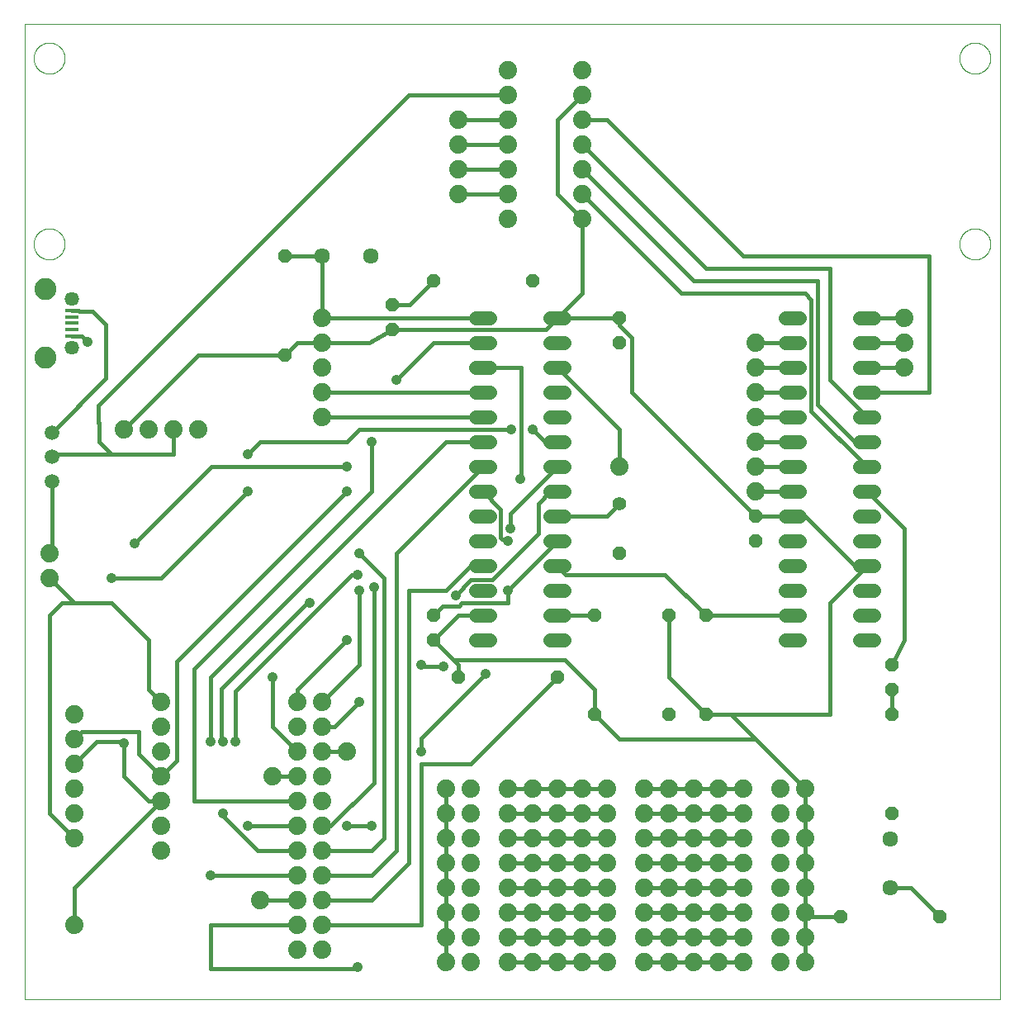
<source format=gtl>
G75*
%MOIN*%
%OFA0B0*%
%FSLAX25Y25*%
%IPPOS*%
%LPD*%
%AMOC8*
5,1,8,0,0,1.08239X$1,22.5*
%
%ADD10C,0.00000*%
%ADD11C,0.05600*%
%ADD12R,0.05315X0.01575*%
%ADD13C,0.05746*%
%ADD14C,0.08858*%
%ADD15C,0.07400*%
%ADD16C,0.05943*%
%ADD17OC8,0.05600*%
%ADD18C,0.06337*%
%ADD19C,0.05600*%
%ADD20C,0.01600*%
%ADD21C,0.04165*%
D10*
X0091250Y0001800D02*
X0091250Y0395501D01*
X0484951Y0395501D01*
X0484951Y0001800D01*
X0091250Y0001800D01*
X0095000Y0306800D02*
X0095002Y0306958D01*
X0095008Y0307115D01*
X0095018Y0307273D01*
X0095032Y0307430D01*
X0095050Y0307586D01*
X0095071Y0307743D01*
X0095097Y0307898D01*
X0095127Y0308053D01*
X0095160Y0308207D01*
X0095198Y0308360D01*
X0095239Y0308513D01*
X0095284Y0308664D01*
X0095333Y0308814D01*
X0095386Y0308962D01*
X0095442Y0309110D01*
X0095503Y0309255D01*
X0095566Y0309400D01*
X0095634Y0309542D01*
X0095705Y0309683D01*
X0095779Y0309822D01*
X0095857Y0309959D01*
X0095939Y0310094D01*
X0096023Y0310227D01*
X0096112Y0310358D01*
X0096203Y0310486D01*
X0096298Y0310613D01*
X0096395Y0310736D01*
X0096496Y0310858D01*
X0096600Y0310976D01*
X0096707Y0311092D01*
X0096817Y0311205D01*
X0096929Y0311316D01*
X0097045Y0311423D01*
X0097163Y0311528D01*
X0097283Y0311630D01*
X0097406Y0311728D01*
X0097532Y0311824D01*
X0097660Y0311916D01*
X0097790Y0312005D01*
X0097922Y0312091D01*
X0098057Y0312173D01*
X0098194Y0312252D01*
X0098332Y0312327D01*
X0098472Y0312399D01*
X0098615Y0312467D01*
X0098758Y0312532D01*
X0098904Y0312593D01*
X0099051Y0312650D01*
X0099199Y0312704D01*
X0099349Y0312754D01*
X0099499Y0312800D01*
X0099651Y0312842D01*
X0099804Y0312881D01*
X0099958Y0312915D01*
X0100113Y0312946D01*
X0100268Y0312972D01*
X0100424Y0312995D01*
X0100581Y0313014D01*
X0100738Y0313029D01*
X0100895Y0313040D01*
X0101053Y0313047D01*
X0101211Y0313050D01*
X0101368Y0313049D01*
X0101526Y0313044D01*
X0101683Y0313035D01*
X0101841Y0313022D01*
X0101997Y0313005D01*
X0102154Y0312984D01*
X0102309Y0312960D01*
X0102464Y0312931D01*
X0102619Y0312898D01*
X0102772Y0312862D01*
X0102925Y0312821D01*
X0103076Y0312777D01*
X0103226Y0312729D01*
X0103375Y0312678D01*
X0103523Y0312622D01*
X0103669Y0312563D01*
X0103814Y0312500D01*
X0103957Y0312433D01*
X0104098Y0312363D01*
X0104237Y0312290D01*
X0104375Y0312213D01*
X0104511Y0312132D01*
X0104644Y0312048D01*
X0104775Y0311961D01*
X0104904Y0311870D01*
X0105031Y0311776D01*
X0105156Y0311679D01*
X0105277Y0311579D01*
X0105397Y0311476D01*
X0105513Y0311370D01*
X0105627Y0311261D01*
X0105739Y0311149D01*
X0105847Y0311035D01*
X0105952Y0310917D01*
X0106055Y0310797D01*
X0106154Y0310675D01*
X0106250Y0310550D01*
X0106343Y0310422D01*
X0106433Y0310293D01*
X0106519Y0310161D01*
X0106603Y0310027D01*
X0106682Y0309891D01*
X0106759Y0309753D01*
X0106831Y0309613D01*
X0106900Y0309471D01*
X0106966Y0309328D01*
X0107028Y0309183D01*
X0107086Y0309036D01*
X0107141Y0308888D01*
X0107192Y0308739D01*
X0107239Y0308588D01*
X0107282Y0308437D01*
X0107321Y0308284D01*
X0107357Y0308130D01*
X0107388Y0307976D01*
X0107416Y0307821D01*
X0107440Y0307665D01*
X0107460Y0307508D01*
X0107476Y0307351D01*
X0107488Y0307194D01*
X0107496Y0307037D01*
X0107500Y0306879D01*
X0107500Y0306721D01*
X0107496Y0306563D01*
X0107488Y0306406D01*
X0107476Y0306249D01*
X0107460Y0306092D01*
X0107440Y0305935D01*
X0107416Y0305779D01*
X0107388Y0305624D01*
X0107357Y0305470D01*
X0107321Y0305316D01*
X0107282Y0305163D01*
X0107239Y0305012D01*
X0107192Y0304861D01*
X0107141Y0304712D01*
X0107086Y0304564D01*
X0107028Y0304417D01*
X0106966Y0304272D01*
X0106900Y0304129D01*
X0106831Y0303987D01*
X0106759Y0303847D01*
X0106682Y0303709D01*
X0106603Y0303573D01*
X0106519Y0303439D01*
X0106433Y0303307D01*
X0106343Y0303178D01*
X0106250Y0303050D01*
X0106154Y0302925D01*
X0106055Y0302803D01*
X0105952Y0302683D01*
X0105847Y0302565D01*
X0105739Y0302451D01*
X0105627Y0302339D01*
X0105513Y0302230D01*
X0105397Y0302124D01*
X0105277Y0302021D01*
X0105156Y0301921D01*
X0105031Y0301824D01*
X0104904Y0301730D01*
X0104775Y0301639D01*
X0104644Y0301552D01*
X0104511Y0301468D01*
X0104375Y0301387D01*
X0104237Y0301310D01*
X0104098Y0301237D01*
X0103957Y0301167D01*
X0103814Y0301100D01*
X0103669Y0301037D01*
X0103523Y0300978D01*
X0103375Y0300922D01*
X0103226Y0300871D01*
X0103076Y0300823D01*
X0102925Y0300779D01*
X0102772Y0300738D01*
X0102619Y0300702D01*
X0102464Y0300669D01*
X0102309Y0300640D01*
X0102154Y0300616D01*
X0101997Y0300595D01*
X0101841Y0300578D01*
X0101683Y0300565D01*
X0101526Y0300556D01*
X0101368Y0300551D01*
X0101211Y0300550D01*
X0101053Y0300553D01*
X0100895Y0300560D01*
X0100738Y0300571D01*
X0100581Y0300586D01*
X0100424Y0300605D01*
X0100268Y0300628D01*
X0100113Y0300654D01*
X0099958Y0300685D01*
X0099804Y0300719D01*
X0099651Y0300758D01*
X0099499Y0300800D01*
X0099349Y0300846D01*
X0099199Y0300896D01*
X0099051Y0300950D01*
X0098904Y0301007D01*
X0098758Y0301068D01*
X0098615Y0301133D01*
X0098472Y0301201D01*
X0098332Y0301273D01*
X0098194Y0301348D01*
X0098057Y0301427D01*
X0097922Y0301509D01*
X0097790Y0301595D01*
X0097660Y0301684D01*
X0097532Y0301776D01*
X0097406Y0301872D01*
X0097283Y0301970D01*
X0097163Y0302072D01*
X0097045Y0302177D01*
X0096929Y0302284D01*
X0096817Y0302395D01*
X0096707Y0302508D01*
X0096600Y0302624D01*
X0096496Y0302742D01*
X0096395Y0302864D01*
X0096298Y0302987D01*
X0096203Y0303114D01*
X0096112Y0303242D01*
X0096023Y0303373D01*
X0095939Y0303506D01*
X0095857Y0303641D01*
X0095779Y0303778D01*
X0095705Y0303917D01*
X0095634Y0304058D01*
X0095566Y0304200D01*
X0095503Y0304345D01*
X0095442Y0304490D01*
X0095386Y0304638D01*
X0095333Y0304786D01*
X0095284Y0304936D01*
X0095239Y0305087D01*
X0095198Y0305240D01*
X0095160Y0305393D01*
X0095127Y0305547D01*
X0095097Y0305702D01*
X0095071Y0305857D01*
X0095050Y0306014D01*
X0095032Y0306170D01*
X0095018Y0306327D01*
X0095008Y0306485D01*
X0095002Y0306642D01*
X0095000Y0306800D01*
X0095000Y0381800D02*
X0095002Y0381958D01*
X0095008Y0382115D01*
X0095018Y0382273D01*
X0095032Y0382430D01*
X0095050Y0382586D01*
X0095071Y0382743D01*
X0095097Y0382898D01*
X0095127Y0383053D01*
X0095160Y0383207D01*
X0095198Y0383360D01*
X0095239Y0383513D01*
X0095284Y0383664D01*
X0095333Y0383814D01*
X0095386Y0383962D01*
X0095442Y0384110D01*
X0095503Y0384255D01*
X0095566Y0384400D01*
X0095634Y0384542D01*
X0095705Y0384683D01*
X0095779Y0384822D01*
X0095857Y0384959D01*
X0095939Y0385094D01*
X0096023Y0385227D01*
X0096112Y0385358D01*
X0096203Y0385486D01*
X0096298Y0385613D01*
X0096395Y0385736D01*
X0096496Y0385858D01*
X0096600Y0385976D01*
X0096707Y0386092D01*
X0096817Y0386205D01*
X0096929Y0386316D01*
X0097045Y0386423D01*
X0097163Y0386528D01*
X0097283Y0386630D01*
X0097406Y0386728D01*
X0097532Y0386824D01*
X0097660Y0386916D01*
X0097790Y0387005D01*
X0097922Y0387091D01*
X0098057Y0387173D01*
X0098194Y0387252D01*
X0098332Y0387327D01*
X0098472Y0387399D01*
X0098615Y0387467D01*
X0098758Y0387532D01*
X0098904Y0387593D01*
X0099051Y0387650D01*
X0099199Y0387704D01*
X0099349Y0387754D01*
X0099499Y0387800D01*
X0099651Y0387842D01*
X0099804Y0387881D01*
X0099958Y0387915D01*
X0100113Y0387946D01*
X0100268Y0387972D01*
X0100424Y0387995D01*
X0100581Y0388014D01*
X0100738Y0388029D01*
X0100895Y0388040D01*
X0101053Y0388047D01*
X0101211Y0388050D01*
X0101368Y0388049D01*
X0101526Y0388044D01*
X0101683Y0388035D01*
X0101841Y0388022D01*
X0101997Y0388005D01*
X0102154Y0387984D01*
X0102309Y0387960D01*
X0102464Y0387931D01*
X0102619Y0387898D01*
X0102772Y0387862D01*
X0102925Y0387821D01*
X0103076Y0387777D01*
X0103226Y0387729D01*
X0103375Y0387678D01*
X0103523Y0387622D01*
X0103669Y0387563D01*
X0103814Y0387500D01*
X0103957Y0387433D01*
X0104098Y0387363D01*
X0104237Y0387290D01*
X0104375Y0387213D01*
X0104511Y0387132D01*
X0104644Y0387048D01*
X0104775Y0386961D01*
X0104904Y0386870D01*
X0105031Y0386776D01*
X0105156Y0386679D01*
X0105277Y0386579D01*
X0105397Y0386476D01*
X0105513Y0386370D01*
X0105627Y0386261D01*
X0105739Y0386149D01*
X0105847Y0386035D01*
X0105952Y0385917D01*
X0106055Y0385797D01*
X0106154Y0385675D01*
X0106250Y0385550D01*
X0106343Y0385422D01*
X0106433Y0385293D01*
X0106519Y0385161D01*
X0106603Y0385027D01*
X0106682Y0384891D01*
X0106759Y0384753D01*
X0106831Y0384613D01*
X0106900Y0384471D01*
X0106966Y0384328D01*
X0107028Y0384183D01*
X0107086Y0384036D01*
X0107141Y0383888D01*
X0107192Y0383739D01*
X0107239Y0383588D01*
X0107282Y0383437D01*
X0107321Y0383284D01*
X0107357Y0383130D01*
X0107388Y0382976D01*
X0107416Y0382821D01*
X0107440Y0382665D01*
X0107460Y0382508D01*
X0107476Y0382351D01*
X0107488Y0382194D01*
X0107496Y0382037D01*
X0107500Y0381879D01*
X0107500Y0381721D01*
X0107496Y0381563D01*
X0107488Y0381406D01*
X0107476Y0381249D01*
X0107460Y0381092D01*
X0107440Y0380935D01*
X0107416Y0380779D01*
X0107388Y0380624D01*
X0107357Y0380470D01*
X0107321Y0380316D01*
X0107282Y0380163D01*
X0107239Y0380012D01*
X0107192Y0379861D01*
X0107141Y0379712D01*
X0107086Y0379564D01*
X0107028Y0379417D01*
X0106966Y0379272D01*
X0106900Y0379129D01*
X0106831Y0378987D01*
X0106759Y0378847D01*
X0106682Y0378709D01*
X0106603Y0378573D01*
X0106519Y0378439D01*
X0106433Y0378307D01*
X0106343Y0378178D01*
X0106250Y0378050D01*
X0106154Y0377925D01*
X0106055Y0377803D01*
X0105952Y0377683D01*
X0105847Y0377565D01*
X0105739Y0377451D01*
X0105627Y0377339D01*
X0105513Y0377230D01*
X0105397Y0377124D01*
X0105277Y0377021D01*
X0105156Y0376921D01*
X0105031Y0376824D01*
X0104904Y0376730D01*
X0104775Y0376639D01*
X0104644Y0376552D01*
X0104511Y0376468D01*
X0104375Y0376387D01*
X0104237Y0376310D01*
X0104098Y0376237D01*
X0103957Y0376167D01*
X0103814Y0376100D01*
X0103669Y0376037D01*
X0103523Y0375978D01*
X0103375Y0375922D01*
X0103226Y0375871D01*
X0103076Y0375823D01*
X0102925Y0375779D01*
X0102772Y0375738D01*
X0102619Y0375702D01*
X0102464Y0375669D01*
X0102309Y0375640D01*
X0102154Y0375616D01*
X0101997Y0375595D01*
X0101841Y0375578D01*
X0101683Y0375565D01*
X0101526Y0375556D01*
X0101368Y0375551D01*
X0101211Y0375550D01*
X0101053Y0375553D01*
X0100895Y0375560D01*
X0100738Y0375571D01*
X0100581Y0375586D01*
X0100424Y0375605D01*
X0100268Y0375628D01*
X0100113Y0375654D01*
X0099958Y0375685D01*
X0099804Y0375719D01*
X0099651Y0375758D01*
X0099499Y0375800D01*
X0099349Y0375846D01*
X0099199Y0375896D01*
X0099051Y0375950D01*
X0098904Y0376007D01*
X0098758Y0376068D01*
X0098615Y0376133D01*
X0098472Y0376201D01*
X0098332Y0376273D01*
X0098194Y0376348D01*
X0098057Y0376427D01*
X0097922Y0376509D01*
X0097790Y0376595D01*
X0097660Y0376684D01*
X0097532Y0376776D01*
X0097406Y0376872D01*
X0097283Y0376970D01*
X0097163Y0377072D01*
X0097045Y0377177D01*
X0096929Y0377284D01*
X0096817Y0377395D01*
X0096707Y0377508D01*
X0096600Y0377624D01*
X0096496Y0377742D01*
X0096395Y0377864D01*
X0096298Y0377987D01*
X0096203Y0378114D01*
X0096112Y0378242D01*
X0096023Y0378373D01*
X0095939Y0378506D01*
X0095857Y0378641D01*
X0095779Y0378778D01*
X0095705Y0378917D01*
X0095634Y0379058D01*
X0095566Y0379200D01*
X0095503Y0379345D01*
X0095442Y0379490D01*
X0095386Y0379638D01*
X0095333Y0379786D01*
X0095284Y0379936D01*
X0095239Y0380087D01*
X0095198Y0380240D01*
X0095160Y0380393D01*
X0095127Y0380547D01*
X0095097Y0380702D01*
X0095071Y0380857D01*
X0095050Y0381014D01*
X0095032Y0381170D01*
X0095018Y0381327D01*
X0095008Y0381485D01*
X0095002Y0381642D01*
X0095000Y0381800D01*
X0468700Y0381800D02*
X0468702Y0381958D01*
X0468708Y0382115D01*
X0468718Y0382273D01*
X0468732Y0382430D01*
X0468750Y0382586D01*
X0468771Y0382743D01*
X0468797Y0382898D01*
X0468827Y0383053D01*
X0468860Y0383207D01*
X0468898Y0383360D01*
X0468939Y0383513D01*
X0468984Y0383664D01*
X0469033Y0383814D01*
X0469086Y0383962D01*
X0469142Y0384110D01*
X0469203Y0384255D01*
X0469266Y0384400D01*
X0469334Y0384542D01*
X0469405Y0384683D01*
X0469479Y0384822D01*
X0469557Y0384959D01*
X0469639Y0385094D01*
X0469723Y0385227D01*
X0469812Y0385358D01*
X0469903Y0385486D01*
X0469998Y0385613D01*
X0470095Y0385736D01*
X0470196Y0385858D01*
X0470300Y0385976D01*
X0470407Y0386092D01*
X0470517Y0386205D01*
X0470629Y0386316D01*
X0470745Y0386423D01*
X0470863Y0386528D01*
X0470983Y0386630D01*
X0471106Y0386728D01*
X0471232Y0386824D01*
X0471360Y0386916D01*
X0471490Y0387005D01*
X0471622Y0387091D01*
X0471757Y0387173D01*
X0471894Y0387252D01*
X0472032Y0387327D01*
X0472172Y0387399D01*
X0472315Y0387467D01*
X0472458Y0387532D01*
X0472604Y0387593D01*
X0472751Y0387650D01*
X0472899Y0387704D01*
X0473049Y0387754D01*
X0473199Y0387800D01*
X0473351Y0387842D01*
X0473504Y0387881D01*
X0473658Y0387915D01*
X0473813Y0387946D01*
X0473968Y0387972D01*
X0474124Y0387995D01*
X0474281Y0388014D01*
X0474438Y0388029D01*
X0474595Y0388040D01*
X0474753Y0388047D01*
X0474911Y0388050D01*
X0475068Y0388049D01*
X0475226Y0388044D01*
X0475383Y0388035D01*
X0475541Y0388022D01*
X0475697Y0388005D01*
X0475854Y0387984D01*
X0476009Y0387960D01*
X0476164Y0387931D01*
X0476319Y0387898D01*
X0476472Y0387862D01*
X0476625Y0387821D01*
X0476776Y0387777D01*
X0476926Y0387729D01*
X0477075Y0387678D01*
X0477223Y0387622D01*
X0477369Y0387563D01*
X0477514Y0387500D01*
X0477657Y0387433D01*
X0477798Y0387363D01*
X0477937Y0387290D01*
X0478075Y0387213D01*
X0478211Y0387132D01*
X0478344Y0387048D01*
X0478475Y0386961D01*
X0478604Y0386870D01*
X0478731Y0386776D01*
X0478856Y0386679D01*
X0478977Y0386579D01*
X0479097Y0386476D01*
X0479213Y0386370D01*
X0479327Y0386261D01*
X0479439Y0386149D01*
X0479547Y0386035D01*
X0479652Y0385917D01*
X0479755Y0385797D01*
X0479854Y0385675D01*
X0479950Y0385550D01*
X0480043Y0385422D01*
X0480133Y0385293D01*
X0480219Y0385161D01*
X0480303Y0385027D01*
X0480382Y0384891D01*
X0480459Y0384753D01*
X0480531Y0384613D01*
X0480600Y0384471D01*
X0480666Y0384328D01*
X0480728Y0384183D01*
X0480786Y0384036D01*
X0480841Y0383888D01*
X0480892Y0383739D01*
X0480939Y0383588D01*
X0480982Y0383437D01*
X0481021Y0383284D01*
X0481057Y0383130D01*
X0481088Y0382976D01*
X0481116Y0382821D01*
X0481140Y0382665D01*
X0481160Y0382508D01*
X0481176Y0382351D01*
X0481188Y0382194D01*
X0481196Y0382037D01*
X0481200Y0381879D01*
X0481200Y0381721D01*
X0481196Y0381563D01*
X0481188Y0381406D01*
X0481176Y0381249D01*
X0481160Y0381092D01*
X0481140Y0380935D01*
X0481116Y0380779D01*
X0481088Y0380624D01*
X0481057Y0380470D01*
X0481021Y0380316D01*
X0480982Y0380163D01*
X0480939Y0380012D01*
X0480892Y0379861D01*
X0480841Y0379712D01*
X0480786Y0379564D01*
X0480728Y0379417D01*
X0480666Y0379272D01*
X0480600Y0379129D01*
X0480531Y0378987D01*
X0480459Y0378847D01*
X0480382Y0378709D01*
X0480303Y0378573D01*
X0480219Y0378439D01*
X0480133Y0378307D01*
X0480043Y0378178D01*
X0479950Y0378050D01*
X0479854Y0377925D01*
X0479755Y0377803D01*
X0479652Y0377683D01*
X0479547Y0377565D01*
X0479439Y0377451D01*
X0479327Y0377339D01*
X0479213Y0377230D01*
X0479097Y0377124D01*
X0478977Y0377021D01*
X0478856Y0376921D01*
X0478731Y0376824D01*
X0478604Y0376730D01*
X0478475Y0376639D01*
X0478344Y0376552D01*
X0478211Y0376468D01*
X0478075Y0376387D01*
X0477937Y0376310D01*
X0477798Y0376237D01*
X0477657Y0376167D01*
X0477514Y0376100D01*
X0477369Y0376037D01*
X0477223Y0375978D01*
X0477075Y0375922D01*
X0476926Y0375871D01*
X0476776Y0375823D01*
X0476625Y0375779D01*
X0476472Y0375738D01*
X0476319Y0375702D01*
X0476164Y0375669D01*
X0476009Y0375640D01*
X0475854Y0375616D01*
X0475697Y0375595D01*
X0475541Y0375578D01*
X0475383Y0375565D01*
X0475226Y0375556D01*
X0475068Y0375551D01*
X0474911Y0375550D01*
X0474753Y0375553D01*
X0474595Y0375560D01*
X0474438Y0375571D01*
X0474281Y0375586D01*
X0474124Y0375605D01*
X0473968Y0375628D01*
X0473813Y0375654D01*
X0473658Y0375685D01*
X0473504Y0375719D01*
X0473351Y0375758D01*
X0473199Y0375800D01*
X0473049Y0375846D01*
X0472899Y0375896D01*
X0472751Y0375950D01*
X0472604Y0376007D01*
X0472458Y0376068D01*
X0472315Y0376133D01*
X0472172Y0376201D01*
X0472032Y0376273D01*
X0471894Y0376348D01*
X0471757Y0376427D01*
X0471622Y0376509D01*
X0471490Y0376595D01*
X0471360Y0376684D01*
X0471232Y0376776D01*
X0471106Y0376872D01*
X0470983Y0376970D01*
X0470863Y0377072D01*
X0470745Y0377177D01*
X0470629Y0377284D01*
X0470517Y0377395D01*
X0470407Y0377508D01*
X0470300Y0377624D01*
X0470196Y0377742D01*
X0470095Y0377864D01*
X0469998Y0377987D01*
X0469903Y0378114D01*
X0469812Y0378242D01*
X0469723Y0378373D01*
X0469639Y0378506D01*
X0469557Y0378641D01*
X0469479Y0378778D01*
X0469405Y0378917D01*
X0469334Y0379058D01*
X0469266Y0379200D01*
X0469203Y0379345D01*
X0469142Y0379490D01*
X0469086Y0379638D01*
X0469033Y0379786D01*
X0468984Y0379936D01*
X0468939Y0380087D01*
X0468898Y0380240D01*
X0468860Y0380393D01*
X0468827Y0380547D01*
X0468797Y0380702D01*
X0468771Y0380857D01*
X0468750Y0381014D01*
X0468732Y0381170D01*
X0468718Y0381327D01*
X0468708Y0381485D01*
X0468702Y0381642D01*
X0468700Y0381800D01*
X0468700Y0306800D02*
X0468702Y0306958D01*
X0468708Y0307115D01*
X0468718Y0307273D01*
X0468732Y0307430D01*
X0468750Y0307586D01*
X0468771Y0307743D01*
X0468797Y0307898D01*
X0468827Y0308053D01*
X0468860Y0308207D01*
X0468898Y0308360D01*
X0468939Y0308513D01*
X0468984Y0308664D01*
X0469033Y0308814D01*
X0469086Y0308962D01*
X0469142Y0309110D01*
X0469203Y0309255D01*
X0469266Y0309400D01*
X0469334Y0309542D01*
X0469405Y0309683D01*
X0469479Y0309822D01*
X0469557Y0309959D01*
X0469639Y0310094D01*
X0469723Y0310227D01*
X0469812Y0310358D01*
X0469903Y0310486D01*
X0469998Y0310613D01*
X0470095Y0310736D01*
X0470196Y0310858D01*
X0470300Y0310976D01*
X0470407Y0311092D01*
X0470517Y0311205D01*
X0470629Y0311316D01*
X0470745Y0311423D01*
X0470863Y0311528D01*
X0470983Y0311630D01*
X0471106Y0311728D01*
X0471232Y0311824D01*
X0471360Y0311916D01*
X0471490Y0312005D01*
X0471622Y0312091D01*
X0471757Y0312173D01*
X0471894Y0312252D01*
X0472032Y0312327D01*
X0472172Y0312399D01*
X0472315Y0312467D01*
X0472458Y0312532D01*
X0472604Y0312593D01*
X0472751Y0312650D01*
X0472899Y0312704D01*
X0473049Y0312754D01*
X0473199Y0312800D01*
X0473351Y0312842D01*
X0473504Y0312881D01*
X0473658Y0312915D01*
X0473813Y0312946D01*
X0473968Y0312972D01*
X0474124Y0312995D01*
X0474281Y0313014D01*
X0474438Y0313029D01*
X0474595Y0313040D01*
X0474753Y0313047D01*
X0474911Y0313050D01*
X0475068Y0313049D01*
X0475226Y0313044D01*
X0475383Y0313035D01*
X0475541Y0313022D01*
X0475697Y0313005D01*
X0475854Y0312984D01*
X0476009Y0312960D01*
X0476164Y0312931D01*
X0476319Y0312898D01*
X0476472Y0312862D01*
X0476625Y0312821D01*
X0476776Y0312777D01*
X0476926Y0312729D01*
X0477075Y0312678D01*
X0477223Y0312622D01*
X0477369Y0312563D01*
X0477514Y0312500D01*
X0477657Y0312433D01*
X0477798Y0312363D01*
X0477937Y0312290D01*
X0478075Y0312213D01*
X0478211Y0312132D01*
X0478344Y0312048D01*
X0478475Y0311961D01*
X0478604Y0311870D01*
X0478731Y0311776D01*
X0478856Y0311679D01*
X0478977Y0311579D01*
X0479097Y0311476D01*
X0479213Y0311370D01*
X0479327Y0311261D01*
X0479439Y0311149D01*
X0479547Y0311035D01*
X0479652Y0310917D01*
X0479755Y0310797D01*
X0479854Y0310675D01*
X0479950Y0310550D01*
X0480043Y0310422D01*
X0480133Y0310293D01*
X0480219Y0310161D01*
X0480303Y0310027D01*
X0480382Y0309891D01*
X0480459Y0309753D01*
X0480531Y0309613D01*
X0480600Y0309471D01*
X0480666Y0309328D01*
X0480728Y0309183D01*
X0480786Y0309036D01*
X0480841Y0308888D01*
X0480892Y0308739D01*
X0480939Y0308588D01*
X0480982Y0308437D01*
X0481021Y0308284D01*
X0481057Y0308130D01*
X0481088Y0307976D01*
X0481116Y0307821D01*
X0481140Y0307665D01*
X0481160Y0307508D01*
X0481176Y0307351D01*
X0481188Y0307194D01*
X0481196Y0307037D01*
X0481200Y0306879D01*
X0481200Y0306721D01*
X0481196Y0306563D01*
X0481188Y0306406D01*
X0481176Y0306249D01*
X0481160Y0306092D01*
X0481140Y0305935D01*
X0481116Y0305779D01*
X0481088Y0305624D01*
X0481057Y0305470D01*
X0481021Y0305316D01*
X0480982Y0305163D01*
X0480939Y0305012D01*
X0480892Y0304861D01*
X0480841Y0304712D01*
X0480786Y0304564D01*
X0480728Y0304417D01*
X0480666Y0304272D01*
X0480600Y0304129D01*
X0480531Y0303987D01*
X0480459Y0303847D01*
X0480382Y0303709D01*
X0480303Y0303573D01*
X0480219Y0303439D01*
X0480133Y0303307D01*
X0480043Y0303178D01*
X0479950Y0303050D01*
X0479854Y0302925D01*
X0479755Y0302803D01*
X0479652Y0302683D01*
X0479547Y0302565D01*
X0479439Y0302451D01*
X0479327Y0302339D01*
X0479213Y0302230D01*
X0479097Y0302124D01*
X0478977Y0302021D01*
X0478856Y0301921D01*
X0478731Y0301824D01*
X0478604Y0301730D01*
X0478475Y0301639D01*
X0478344Y0301552D01*
X0478211Y0301468D01*
X0478075Y0301387D01*
X0477937Y0301310D01*
X0477798Y0301237D01*
X0477657Y0301167D01*
X0477514Y0301100D01*
X0477369Y0301037D01*
X0477223Y0300978D01*
X0477075Y0300922D01*
X0476926Y0300871D01*
X0476776Y0300823D01*
X0476625Y0300779D01*
X0476472Y0300738D01*
X0476319Y0300702D01*
X0476164Y0300669D01*
X0476009Y0300640D01*
X0475854Y0300616D01*
X0475697Y0300595D01*
X0475541Y0300578D01*
X0475383Y0300565D01*
X0475226Y0300556D01*
X0475068Y0300551D01*
X0474911Y0300550D01*
X0474753Y0300553D01*
X0474595Y0300560D01*
X0474438Y0300571D01*
X0474281Y0300586D01*
X0474124Y0300605D01*
X0473968Y0300628D01*
X0473813Y0300654D01*
X0473658Y0300685D01*
X0473504Y0300719D01*
X0473351Y0300758D01*
X0473199Y0300800D01*
X0473049Y0300846D01*
X0472899Y0300896D01*
X0472751Y0300950D01*
X0472604Y0301007D01*
X0472458Y0301068D01*
X0472315Y0301133D01*
X0472172Y0301201D01*
X0472032Y0301273D01*
X0471894Y0301348D01*
X0471757Y0301427D01*
X0471622Y0301509D01*
X0471490Y0301595D01*
X0471360Y0301684D01*
X0471232Y0301776D01*
X0471106Y0301872D01*
X0470983Y0301970D01*
X0470863Y0302072D01*
X0470745Y0302177D01*
X0470629Y0302284D01*
X0470517Y0302395D01*
X0470407Y0302508D01*
X0470300Y0302624D01*
X0470196Y0302742D01*
X0470095Y0302864D01*
X0469998Y0302987D01*
X0469903Y0303114D01*
X0469812Y0303242D01*
X0469723Y0303373D01*
X0469639Y0303506D01*
X0469557Y0303641D01*
X0469479Y0303778D01*
X0469405Y0303917D01*
X0469334Y0304058D01*
X0469266Y0304200D01*
X0469203Y0304345D01*
X0469142Y0304490D01*
X0469086Y0304638D01*
X0469033Y0304786D01*
X0468984Y0304936D01*
X0468939Y0305087D01*
X0468898Y0305240D01*
X0468860Y0305393D01*
X0468827Y0305547D01*
X0468797Y0305702D01*
X0468771Y0305857D01*
X0468750Y0306014D01*
X0468732Y0306170D01*
X0468718Y0306327D01*
X0468708Y0306485D01*
X0468702Y0306642D01*
X0468700Y0306800D01*
D11*
X0434050Y0276800D02*
X0428450Y0276800D01*
X0428450Y0266800D02*
X0434050Y0266800D01*
X0434050Y0256800D02*
X0428450Y0256800D01*
X0428450Y0246800D02*
X0434050Y0246800D01*
X0434050Y0236800D02*
X0428450Y0236800D01*
X0428450Y0226800D02*
X0434050Y0226800D01*
X0434050Y0216800D02*
X0428450Y0216800D01*
X0428450Y0206800D02*
X0434050Y0206800D01*
X0434050Y0196800D02*
X0428450Y0196800D01*
X0428450Y0186800D02*
X0434050Y0186800D01*
X0434050Y0176800D02*
X0428450Y0176800D01*
X0428450Y0166800D02*
X0434050Y0166800D01*
X0434050Y0156800D02*
X0428450Y0156800D01*
X0428450Y0146800D02*
X0434050Y0146800D01*
X0404050Y0146800D02*
X0398450Y0146800D01*
X0398450Y0156800D02*
X0404050Y0156800D01*
X0404050Y0166800D02*
X0398450Y0166800D01*
X0398450Y0176800D02*
X0404050Y0176800D01*
X0404050Y0186800D02*
X0398450Y0186800D01*
X0398450Y0196800D02*
X0404050Y0196800D01*
X0404050Y0206800D02*
X0398450Y0206800D01*
X0398450Y0216800D02*
X0404050Y0216800D01*
X0404050Y0226800D02*
X0398450Y0226800D01*
X0398450Y0236800D02*
X0404050Y0236800D01*
X0404050Y0246800D02*
X0398450Y0246800D01*
X0398450Y0256800D02*
X0404050Y0256800D01*
X0404050Y0266800D02*
X0398450Y0266800D01*
X0398450Y0276800D02*
X0404050Y0276800D01*
X0309050Y0276800D02*
X0303450Y0276800D01*
X0303450Y0266800D02*
X0309050Y0266800D01*
X0309050Y0256800D02*
X0303450Y0256800D01*
X0303450Y0246800D02*
X0309050Y0246800D01*
X0309050Y0236800D02*
X0303450Y0236800D01*
X0303450Y0226800D02*
X0309050Y0226800D01*
X0309050Y0216800D02*
X0303450Y0216800D01*
X0303450Y0206800D02*
X0309050Y0206800D01*
X0309050Y0196800D02*
X0303450Y0196800D01*
X0303450Y0186800D02*
X0309050Y0186800D01*
X0309050Y0176800D02*
X0303450Y0176800D01*
X0303450Y0166800D02*
X0309050Y0166800D01*
X0309050Y0156800D02*
X0303450Y0156800D01*
X0303450Y0146800D02*
X0309050Y0146800D01*
X0279050Y0146800D02*
X0273450Y0146800D01*
X0273450Y0156800D02*
X0279050Y0156800D01*
X0279050Y0166800D02*
X0273450Y0166800D01*
X0273450Y0176800D02*
X0279050Y0176800D01*
X0279050Y0186800D02*
X0273450Y0186800D01*
X0273450Y0196800D02*
X0279050Y0196800D01*
X0279050Y0206800D02*
X0273450Y0206800D01*
X0273450Y0216800D02*
X0279050Y0216800D01*
X0279050Y0226800D02*
X0273450Y0226800D01*
X0273450Y0236800D02*
X0279050Y0236800D01*
X0279050Y0246800D02*
X0273450Y0246800D01*
X0273450Y0256800D02*
X0279050Y0256800D01*
X0279050Y0266800D02*
X0273450Y0266800D01*
X0273450Y0276800D02*
X0279050Y0276800D01*
D12*
X0110380Y0277359D03*
X0110380Y0274800D03*
X0110380Y0272241D03*
X0110380Y0269682D03*
X0110380Y0279918D03*
D13*
X0110380Y0284643D03*
X0110380Y0264957D03*
D14*
X0099750Y0261020D03*
X0099750Y0288580D03*
D15*
X0131250Y0231800D03*
X0141250Y0231800D03*
X0151250Y0231800D03*
X0161250Y0231800D03*
X0211250Y0236800D03*
X0211250Y0246800D03*
X0211250Y0256800D03*
X0211250Y0266800D03*
X0211250Y0276800D03*
X0266250Y0326800D03*
X0266250Y0336800D03*
X0266250Y0346800D03*
X0266250Y0356800D03*
X0286250Y0356800D03*
X0286250Y0346800D03*
X0286250Y0336800D03*
X0286250Y0326800D03*
X0286250Y0316800D03*
X0316250Y0316800D03*
X0316250Y0326800D03*
X0316250Y0336800D03*
X0316250Y0346800D03*
X0316250Y0356800D03*
X0316250Y0366800D03*
X0316250Y0376800D03*
X0286250Y0376800D03*
X0286250Y0366800D03*
X0386250Y0266800D03*
X0386250Y0256800D03*
X0386250Y0246800D03*
X0386250Y0236800D03*
X0386250Y0226800D03*
X0386250Y0216800D03*
X0386250Y0206800D03*
X0331250Y0216800D03*
X0446250Y0256800D03*
X0446250Y0266800D03*
X0446250Y0276800D03*
X0221250Y0101800D03*
X0211250Y0101800D03*
X0211250Y0091800D03*
X0201250Y0091800D03*
X0201250Y0101800D03*
X0191250Y0091800D03*
X0201250Y0081800D03*
X0201250Y0071800D03*
X0211250Y0071800D03*
X0211250Y0081800D03*
X0211250Y0061800D03*
X0201250Y0061800D03*
X0201250Y0051800D03*
X0201250Y0041800D03*
X0211250Y0041800D03*
X0211250Y0051800D03*
X0211250Y0031800D03*
X0211250Y0021800D03*
X0201250Y0021800D03*
X0201250Y0031800D03*
X0186250Y0041800D03*
X0146250Y0061800D03*
X0146250Y0071800D03*
X0146250Y0081800D03*
X0146250Y0091800D03*
X0146250Y0101800D03*
X0146250Y0111800D03*
X0146250Y0121800D03*
X0111250Y0116800D03*
X0111250Y0106800D03*
X0111250Y0096800D03*
X0111250Y0086800D03*
X0111250Y0076800D03*
X0111250Y0066800D03*
X0111250Y0031800D03*
X0201250Y0111800D03*
X0201250Y0121800D03*
X0211250Y0121800D03*
X0211250Y0111800D03*
X0261250Y0086800D03*
X0261250Y0076800D03*
X0271250Y0076800D03*
X0271250Y0086800D03*
X0286250Y0086800D03*
X0286250Y0076800D03*
X0296250Y0076800D03*
X0296250Y0086800D03*
X0306250Y0086800D03*
X0306250Y0076800D03*
X0316250Y0076800D03*
X0316250Y0086800D03*
X0326250Y0086800D03*
X0326250Y0076800D03*
X0326250Y0066800D03*
X0326250Y0056800D03*
X0316250Y0056800D03*
X0316250Y0066800D03*
X0306250Y0066800D03*
X0306250Y0056800D03*
X0296250Y0056800D03*
X0296250Y0066800D03*
X0286250Y0066800D03*
X0286250Y0056800D03*
X0286250Y0046800D03*
X0286250Y0036800D03*
X0296250Y0036800D03*
X0296250Y0046800D03*
X0306250Y0046800D03*
X0306250Y0036800D03*
X0316250Y0036800D03*
X0316250Y0046800D03*
X0326250Y0046800D03*
X0326250Y0036800D03*
X0326250Y0026800D03*
X0326250Y0016800D03*
X0316250Y0016800D03*
X0316250Y0026800D03*
X0306250Y0026800D03*
X0306250Y0016800D03*
X0296250Y0016800D03*
X0296250Y0026800D03*
X0286250Y0026800D03*
X0286250Y0016800D03*
X0271250Y0016800D03*
X0271250Y0026800D03*
X0261250Y0026800D03*
X0261250Y0016800D03*
X0261250Y0036800D03*
X0261250Y0046800D03*
X0271250Y0046800D03*
X0271250Y0036800D03*
X0271250Y0056800D03*
X0271250Y0066800D03*
X0261250Y0066800D03*
X0261250Y0056800D03*
X0341250Y0056800D03*
X0341250Y0066800D03*
X0351250Y0066800D03*
X0351250Y0056800D03*
X0351250Y0046800D03*
X0351250Y0036800D03*
X0341250Y0036800D03*
X0341250Y0046800D03*
X0341250Y0026800D03*
X0341250Y0016800D03*
X0351250Y0016800D03*
X0351250Y0026800D03*
X0361250Y0026800D03*
X0361250Y0016800D03*
X0371250Y0016800D03*
X0371250Y0026800D03*
X0381250Y0026800D03*
X0381250Y0016800D03*
X0396250Y0016800D03*
X0396250Y0026800D03*
X0406250Y0026800D03*
X0406250Y0016800D03*
X0406250Y0036800D03*
X0406250Y0046800D03*
X0396250Y0046800D03*
X0396250Y0036800D03*
X0381250Y0036800D03*
X0381250Y0046800D03*
X0371250Y0046800D03*
X0371250Y0036800D03*
X0361250Y0036800D03*
X0361250Y0046800D03*
X0361250Y0056800D03*
X0361250Y0066800D03*
X0371250Y0066800D03*
X0371250Y0056800D03*
X0381250Y0056800D03*
X0381250Y0066800D03*
X0381250Y0076800D03*
X0381250Y0086800D03*
X0371250Y0086800D03*
X0371250Y0076800D03*
X0361250Y0076800D03*
X0361250Y0086800D03*
X0351250Y0086800D03*
X0351250Y0076800D03*
X0341250Y0076800D03*
X0341250Y0086800D03*
X0396250Y0086800D03*
X0396250Y0076800D03*
X0406250Y0076800D03*
X0406250Y0086800D03*
X0406250Y0066800D03*
X0406250Y0056800D03*
X0396250Y0056800D03*
X0396250Y0066800D03*
X0101250Y0171800D03*
X0101250Y0181800D03*
D16*
X0102250Y0210957D03*
X0102250Y0220800D03*
X0102250Y0230643D03*
D17*
X0196250Y0261800D03*
X0239750Y0272300D03*
X0239750Y0282300D03*
X0256250Y0291800D03*
X0296250Y0291800D03*
X0331250Y0276800D03*
X0331250Y0266800D03*
X0386250Y0196800D03*
X0386250Y0186800D03*
X0366250Y0156800D03*
X0351250Y0156800D03*
X0321250Y0156800D03*
X0331250Y0181800D03*
X0306250Y0131800D03*
X0321250Y0116800D03*
X0351250Y0116800D03*
X0366250Y0116800D03*
X0441250Y0116800D03*
X0441250Y0126800D03*
X0441250Y0136800D03*
X0441250Y0076800D03*
X0460750Y0035300D03*
X0420750Y0035300D03*
X0266250Y0131800D03*
X0256250Y0146800D03*
X0256250Y0156800D03*
X0196250Y0301800D03*
D18*
X0211407Y0301800D03*
X0231093Y0301800D03*
X0440750Y0066643D03*
X0440750Y0046957D03*
D19*
X0331250Y0201800D03*
D20*
X0326250Y0196800D01*
X0306250Y0196800D01*
X0298650Y0201957D02*
X0298650Y0189943D01*
X0280007Y0171300D01*
X0271493Y0171300D01*
X0265250Y0165057D01*
X0265250Y0164800D01*
X0267901Y0161800D02*
X0286250Y0161800D01*
X0286250Y0166800D01*
X0306250Y0186800D01*
X0306250Y0176800D02*
X0309750Y0173300D01*
X0349750Y0173300D01*
X0366250Y0156800D01*
X0401250Y0156800D01*
X0416250Y0161800D02*
X0416250Y0116800D01*
X0366250Y0116800D01*
X0376250Y0116800D01*
X0386250Y0106800D01*
X0331250Y0106800D01*
X0321250Y0116800D01*
X0321250Y0126800D01*
X0309250Y0138800D01*
X0264250Y0138800D01*
X0266250Y0136800D01*
X0266250Y0131800D01*
X0264250Y0138800D02*
X0256250Y0146800D01*
X0266250Y0156800D01*
X0276250Y0156800D01*
X0267901Y0161800D02*
X0266612Y0160511D01*
X0259961Y0160511D01*
X0256250Y0156800D01*
X0261250Y0166800D02*
X0246250Y0166800D01*
X0246250Y0056800D01*
X0231250Y0041800D01*
X0211250Y0041800D01*
X0211250Y0051800D02*
X0231250Y0051800D01*
X0241250Y0061800D01*
X0241250Y0181800D01*
X0276250Y0216800D01*
X0276250Y0226800D02*
X0261250Y0226800D01*
X0166250Y0131800D01*
X0166250Y0105800D01*
X0170750Y0106300D02*
X0171250Y0105800D01*
X0170750Y0106300D02*
X0170750Y0127300D01*
X0205250Y0161800D01*
X0206250Y0161800D01*
X0223250Y0173300D02*
X0225750Y0173300D01*
X0223250Y0173300D02*
X0176250Y0126300D01*
X0176250Y0105800D01*
X0191250Y0111800D02*
X0201250Y0101800D01*
X0201250Y0091800D02*
X0191250Y0091800D01*
X0201250Y0081800D02*
X0159750Y0081800D01*
X0159750Y0135300D01*
X0231250Y0206800D01*
X0231250Y0226800D01*
X0226250Y0231800D02*
X0287750Y0231800D01*
X0296250Y0231800D02*
X0301250Y0226800D01*
X0306250Y0226800D01*
X0306250Y0216800D02*
X0287250Y0197800D01*
X0287250Y0191800D01*
X0283450Y0188449D02*
X0285099Y0186800D01*
X0286250Y0186800D01*
X0283450Y0188449D02*
X0283450Y0199600D01*
X0276250Y0206800D01*
X0291250Y0211800D02*
X0291750Y0212300D01*
X0291750Y0256800D01*
X0276250Y0256800D01*
X0276250Y0266800D02*
X0256250Y0266800D01*
X0241250Y0251800D01*
X0230250Y0266800D02*
X0239750Y0272300D01*
X0301750Y0272300D01*
X0306250Y0276800D01*
X0316250Y0286800D01*
X0316250Y0316800D01*
X0306250Y0326800D01*
X0306250Y0356800D01*
X0316250Y0366800D01*
X0316250Y0356800D02*
X0326250Y0356800D01*
X0381250Y0301800D01*
X0456250Y0301800D01*
X0456250Y0246800D01*
X0431250Y0246800D01*
X0431250Y0236800D02*
X0416250Y0251800D01*
X0416250Y0296800D01*
X0366250Y0296800D01*
X0316250Y0346800D01*
X0316250Y0336800D02*
X0361250Y0291800D01*
X0411250Y0291800D01*
X0411250Y0241800D01*
X0426250Y0226800D01*
X0431250Y0226800D01*
X0431250Y0216800D02*
X0408850Y0239200D01*
X0408850Y0284200D01*
X0406250Y0286800D01*
X0356250Y0286800D01*
X0316250Y0326800D01*
X0286250Y0326800D02*
X0266250Y0326800D01*
X0266250Y0336800D02*
X0286250Y0336800D01*
X0286250Y0346800D02*
X0266250Y0346800D01*
X0266250Y0356800D02*
X0286250Y0356800D01*
X0286250Y0366800D02*
X0246250Y0366800D01*
X0121150Y0241700D01*
X0121150Y0234687D01*
X0121250Y0234587D01*
X0121250Y0226800D01*
X0126250Y0221800D01*
X0103250Y0221800D01*
X0102250Y0220800D01*
X0102250Y0230643D02*
X0124139Y0252531D01*
X0124139Y0274308D01*
X0118700Y0279746D01*
X0113304Y0279746D01*
X0113132Y0279918D01*
X0110380Y0279918D01*
X0110380Y0269682D02*
X0114368Y0269682D01*
X0116750Y0267300D01*
X0131250Y0231800D02*
X0161250Y0261800D01*
X0196250Y0261800D01*
X0201250Y0266800D01*
X0211250Y0266800D01*
X0230250Y0266800D01*
X0239750Y0282300D02*
X0246750Y0282300D01*
X0256250Y0291800D01*
X0276250Y0276800D02*
X0211250Y0276800D01*
X0211250Y0301643D01*
X0211407Y0301800D01*
X0196250Y0301800D01*
X0211250Y0246800D02*
X0276250Y0246800D01*
X0276250Y0236800D02*
X0211250Y0236800D01*
X0221250Y0226800D02*
X0226250Y0231800D01*
X0221250Y0226800D02*
X0186250Y0226800D01*
X0181250Y0221800D01*
X0166750Y0216800D02*
X0135750Y0185800D01*
X0126250Y0171800D02*
X0146250Y0171800D01*
X0181250Y0206800D01*
X0166750Y0216800D02*
X0221250Y0216800D01*
X0221250Y0206800D02*
X0152850Y0138400D01*
X0152850Y0098400D01*
X0146250Y0091800D01*
X0137250Y0100800D01*
X0137250Y0109800D01*
X0114250Y0109800D01*
X0111250Y0106800D01*
X0120250Y0105800D02*
X0111250Y0096800D01*
X0120250Y0105800D02*
X0130750Y0105800D01*
X0131250Y0105300D01*
X0131250Y0091800D01*
X0141250Y0081800D01*
X0146250Y0081800D01*
X0111250Y0046800D01*
X0111250Y0031800D01*
X0111250Y0066800D02*
X0101250Y0076800D01*
X0101250Y0156800D01*
X0106250Y0161800D01*
X0111250Y0161800D01*
X0126250Y0161800D01*
X0141250Y0146800D01*
X0141250Y0126800D01*
X0146250Y0121800D01*
X0191250Y0131800D02*
X0191250Y0111800D01*
X0201250Y0121800D02*
X0201250Y0126800D01*
X0221250Y0146800D01*
X0226250Y0136800D02*
X0226250Y0166800D01*
X0232250Y0168300D02*
X0232250Y0089300D01*
X0214750Y0071800D01*
X0211250Y0071800D01*
X0201250Y0071800D02*
X0181250Y0071800D01*
X0171250Y0075800D02*
X0171250Y0076800D01*
X0171250Y0075800D02*
X0185250Y0061800D01*
X0201250Y0061800D01*
X0211250Y0061800D02*
X0231250Y0061800D01*
X0236250Y0066800D01*
X0236250Y0171800D01*
X0226250Y0181800D01*
X0261250Y0166800D02*
X0271250Y0176800D01*
X0276250Y0176800D01*
X0298650Y0201957D02*
X0303493Y0206800D01*
X0306250Y0206800D01*
X0331250Y0216800D02*
X0331250Y0231800D01*
X0306250Y0256800D01*
X0306250Y0276800D02*
X0331250Y0276800D01*
X0331250Y0273957D01*
X0336250Y0268957D01*
X0336250Y0246800D01*
X0386250Y0196800D01*
X0401250Y0196800D01*
X0406250Y0196800D01*
X0426250Y0176800D01*
X0431250Y0176800D01*
X0416250Y0161800D01*
X0446250Y0146800D02*
X0441250Y0136800D01*
X0446250Y0146800D02*
X0446250Y0191800D01*
X0431250Y0206800D01*
X0401250Y0206800D02*
X0386250Y0206800D01*
X0386250Y0216800D02*
X0401250Y0216800D01*
X0401250Y0226800D02*
X0386250Y0226800D01*
X0386250Y0236800D02*
X0401250Y0236800D01*
X0401250Y0246800D02*
X0386250Y0246800D01*
X0386250Y0256800D02*
X0401250Y0256800D01*
X0401250Y0266800D02*
X0386250Y0266800D01*
X0431250Y0266800D02*
X0446250Y0266800D01*
X0446250Y0256800D02*
X0431250Y0256800D01*
X0431250Y0276800D02*
X0446250Y0276800D01*
X0351250Y0156800D02*
X0351250Y0131800D01*
X0366250Y0116800D01*
X0386250Y0106800D02*
X0406250Y0086800D01*
X0406250Y0076800D01*
X0406250Y0066800D01*
X0406250Y0056800D01*
X0406250Y0046800D01*
X0406250Y0036800D01*
X0406250Y0026800D01*
X0406250Y0016800D01*
X0407750Y0035300D02*
X0406250Y0036800D01*
X0407750Y0035300D02*
X0420750Y0035300D01*
X0440750Y0046957D02*
X0449093Y0046957D01*
X0460750Y0035300D01*
X0381250Y0036800D02*
X0371250Y0036800D01*
X0361250Y0036800D01*
X0351250Y0036800D01*
X0341250Y0036800D01*
X0341250Y0046800D02*
X0351250Y0046800D01*
X0361250Y0046800D01*
X0371250Y0046800D01*
X0381250Y0046800D01*
X0381250Y0056800D02*
X0371250Y0056800D01*
X0361250Y0056800D01*
X0351250Y0056800D01*
X0341250Y0056800D01*
X0341250Y0066800D02*
X0351250Y0066800D01*
X0361250Y0066800D01*
X0371250Y0066800D01*
X0381250Y0066800D01*
X0381250Y0076800D02*
X0371250Y0076800D01*
X0361250Y0076800D01*
X0351250Y0076800D01*
X0341250Y0076800D01*
X0341250Y0086800D02*
X0351250Y0086800D01*
X0361250Y0086800D01*
X0371250Y0086800D01*
X0381250Y0086800D01*
X0326250Y0086800D02*
X0316250Y0086800D01*
X0306250Y0086800D01*
X0296250Y0086800D01*
X0286250Y0086800D01*
X0286250Y0076800D02*
X0296250Y0076800D01*
X0306250Y0076800D01*
X0316250Y0076800D01*
X0326250Y0076800D01*
X0326250Y0066800D02*
X0316250Y0066800D01*
X0306250Y0066800D01*
X0296250Y0066800D01*
X0286250Y0066800D01*
X0286250Y0056800D02*
X0296250Y0056800D01*
X0306250Y0056800D01*
X0316250Y0056800D01*
X0326250Y0056800D01*
X0326250Y0046800D02*
X0316250Y0046800D01*
X0306250Y0046800D01*
X0296250Y0046800D01*
X0286250Y0046800D01*
X0286250Y0036800D02*
X0296250Y0036800D01*
X0306250Y0036800D01*
X0316250Y0036800D01*
X0326250Y0036800D01*
X0326250Y0026800D02*
X0316250Y0026800D01*
X0306250Y0026800D01*
X0296250Y0026800D01*
X0286250Y0026800D01*
X0286250Y0016800D02*
X0296250Y0016800D01*
X0306250Y0016800D01*
X0316250Y0016800D01*
X0326250Y0016800D01*
X0341250Y0016800D02*
X0351250Y0016800D01*
X0361250Y0016800D01*
X0371250Y0016800D01*
X0381250Y0016800D01*
X0381250Y0026800D02*
X0371250Y0026800D01*
X0361250Y0026800D01*
X0351250Y0026800D01*
X0341250Y0026800D01*
X0261250Y0026800D02*
X0261250Y0016800D01*
X0261250Y0026800D02*
X0261250Y0036800D01*
X0261250Y0046800D01*
X0261250Y0056800D01*
X0261250Y0076800D01*
X0261250Y0066800D01*
X0261250Y0076800D02*
X0261250Y0086800D01*
X0251250Y0096800D02*
X0251250Y0031800D01*
X0211250Y0031800D01*
X0201250Y0031800D02*
X0166250Y0031800D01*
X0166250Y0014300D01*
X0225250Y0014300D01*
X0225750Y0014800D01*
X0201250Y0041800D02*
X0186250Y0041800D01*
X0201250Y0051800D02*
X0166250Y0051800D01*
X0221250Y0071800D02*
X0231250Y0071800D01*
X0251250Y0096800D02*
X0271250Y0096800D01*
X0306250Y0131800D01*
X0306250Y0156800D02*
X0321250Y0156800D01*
X0277250Y0133300D02*
X0251250Y0107300D01*
X0251250Y0101800D01*
X0226250Y0121800D02*
X0216250Y0111800D01*
X0211250Y0111800D01*
X0211250Y0121800D02*
X0226250Y0136800D01*
X0251250Y0136800D02*
X0251750Y0136300D01*
X0260250Y0136300D01*
X0221250Y0101800D02*
X0211250Y0101800D01*
X0111250Y0161800D02*
X0101250Y0171800D01*
X0101250Y0181800D02*
X0102250Y0182800D01*
X0102250Y0210957D01*
X0126250Y0221800D02*
X0151250Y0221800D01*
X0151250Y0231800D01*
X0441250Y0126800D02*
X0441250Y0116800D01*
D21*
X0296250Y0231800D03*
X0287750Y0231800D03*
X0291250Y0211800D03*
X0287250Y0191800D03*
X0286250Y0186800D03*
X0286250Y0166800D03*
X0265250Y0164800D03*
X0260250Y0136300D03*
X0251250Y0136800D03*
X0277250Y0133300D03*
X0251250Y0101800D03*
X0226250Y0121800D03*
X0221250Y0146800D03*
X0206250Y0161800D03*
X0226250Y0166800D03*
X0232250Y0168300D03*
X0225750Y0173300D03*
X0226250Y0181800D03*
X0221250Y0206800D03*
X0221250Y0216800D03*
X0231250Y0226800D03*
X0241250Y0251800D03*
X0181250Y0221800D03*
X0181250Y0206800D03*
X0135750Y0185800D03*
X0126250Y0171800D03*
X0191250Y0131800D03*
X0176250Y0105800D03*
X0171250Y0105800D03*
X0166250Y0105800D03*
X0171250Y0076800D03*
X0181250Y0071800D03*
X0166250Y0051800D03*
X0221250Y0071800D03*
X0231250Y0071800D03*
X0225750Y0014800D03*
X0131250Y0105300D03*
X0116750Y0267300D03*
M02*

</source>
